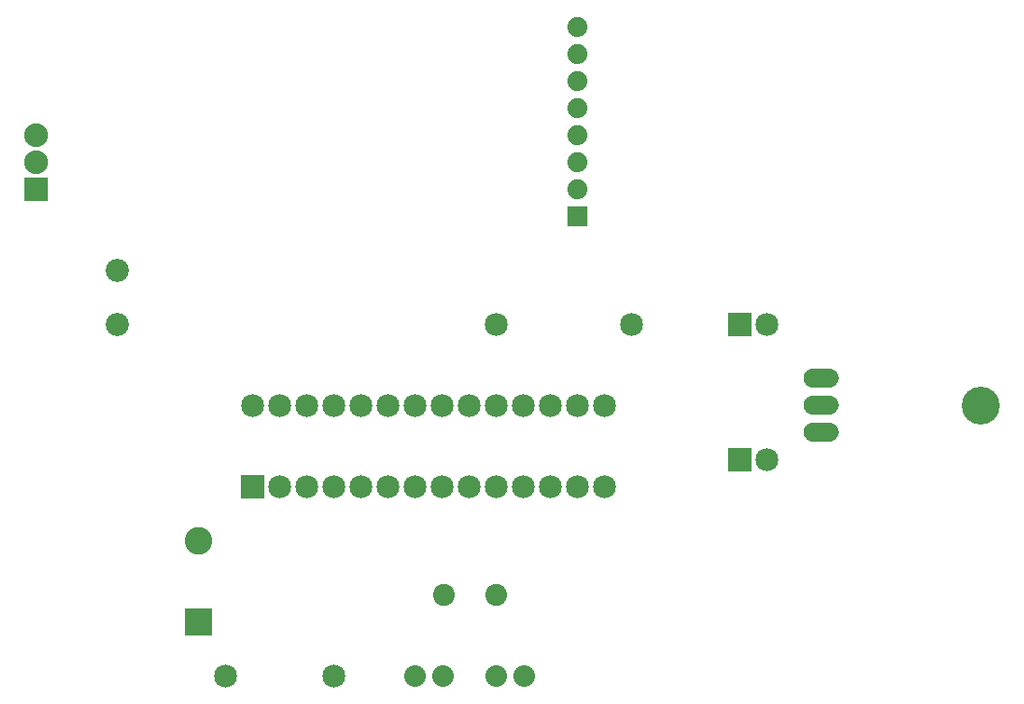
<source format=gbs>
G04 MADE WITH FRITZING*
G04 WWW.FRITZING.ORG*
G04 DOUBLE SIDED*
G04 HOLES PLATED*
G04 CONTOUR ON CENTER OF CONTOUR VECTOR*
%ASAXBY*%
%FSLAX23Y23*%
%MOIN*%
%OFA0B0*%
%SFA1.0B1.0*%
%ADD10C,0.074000*%
%ADD11C,0.085000*%
%ADD12C,0.102000*%
%ADD13C,0.080000*%
%ADD14C,0.080925*%
%ADD15C,0.080866*%
%ADD16C,0.070000*%
%ADD17C,0.140000*%
%ADD18C,0.085433*%
%ADD19C,0.088000*%
%ADD20R,0.074000X0.074000*%
%ADD21R,0.085000X0.085000*%
%ADD22R,0.102000X0.102000*%
%ADD23R,0.088000X0.088000*%
%ADD24R,0.001000X0.001000*%
%LNMASK0*%
G90*
G70*
G54D10*
X2512Y1957D03*
X2512Y2057D03*
X2512Y2157D03*
X2512Y2257D03*
X2512Y2357D03*
X2512Y2457D03*
X2512Y2557D03*
X2512Y2657D03*
G54D11*
X1312Y957D03*
X1312Y1257D03*
X1412Y957D03*
X1412Y1257D03*
X1512Y957D03*
X1512Y1257D03*
X1612Y957D03*
X1612Y1257D03*
X1712Y957D03*
X1712Y1257D03*
X1812Y957D03*
X1812Y1257D03*
X1912Y957D03*
X1912Y1257D03*
X2012Y957D03*
X2012Y1257D03*
X2112Y957D03*
X2112Y1257D03*
X2212Y957D03*
X2212Y1257D03*
X2312Y957D03*
X2312Y1257D03*
X2412Y957D03*
X2412Y1257D03*
X2512Y957D03*
X2512Y1257D03*
X2612Y957D03*
X2612Y1257D03*
X1612Y257D03*
X1212Y257D03*
G54D12*
X1112Y457D03*
X1112Y757D03*
G54D13*
X2212Y257D03*
X2313Y257D03*
X1912Y257D03*
X2013Y257D03*
G54D14*
X2019Y557D03*
G54D15*
X2212Y557D03*
G54D16*
X3412Y1357D03*
X3412Y1257D03*
X3412Y1157D03*
G54D17*
X4002Y1257D03*
G54D11*
X3112Y1557D03*
X3212Y1557D03*
X3112Y1057D03*
X3212Y1057D03*
G54D18*
X812Y1757D03*
X812Y1557D03*
G54D11*
X2212Y1557D03*
X2712Y1557D03*
G54D19*
X512Y2057D03*
X512Y2157D03*
X512Y2257D03*
G54D20*
X2512Y1957D03*
G54D21*
X1312Y957D03*
G54D22*
X1112Y457D03*
G54D21*
X3112Y1557D03*
X3112Y1057D03*
G54D23*
X512Y2057D03*
G54D24*
X3377Y1392D02*
X3446Y1392D01*
X3372Y1391D02*
X3451Y1391D01*
X3370Y1390D02*
X3453Y1390D01*
X3367Y1389D02*
X3456Y1389D01*
X3365Y1388D02*
X3457Y1388D01*
X3364Y1387D02*
X3459Y1387D01*
X3362Y1386D02*
X3461Y1386D01*
X3361Y1385D02*
X3462Y1385D01*
X3360Y1384D02*
X3463Y1384D01*
X3359Y1383D02*
X3464Y1383D01*
X3358Y1382D02*
X3465Y1382D01*
X3357Y1381D02*
X3466Y1381D01*
X3356Y1380D02*
X3467Y1380D01*
X3355Y1379D02*
X3468Y1379D01*
X3354Y1378D02*
X3469Y1378D01*
X3353Y1377D02*
X3470Y1377D01*
X3353Y1376D02*
X3470Y1376D01*
X3352Y1375D02*
X3471Y1375D01*
X3351Y1374D02*
X3471Y1374D01*
X3351Y1373D02*
X3472Y1373D01*
X3350Y1372D02*
X3407Y1372D01*
X3416Y1372D02*
X3473Y1372D01*
X3350Y1371D02*
X3404Y1371D01*
X3419Y1371D02*
X3473Y1371D01*
X3349Y1370D02*
X3402Y1370D01*
X3421Y1370D02*
X3473Y1370D01*
X3349Y1369D02*
X3401Y1369D01*
X3422Y1369D02*
X3474Y1369D01*
X3349Y1368D02*
X3400Y1368D01*
X3423Y1368D02*
X3474Y1368D01*
X3348Y1367D02*
X3399Y1367D01*
X3424Y1367D02*
X3474Y1367D01*
X3348Y1366D02*
X3398Y1366D01*
X3425Y1366D02*
X3475Y1366D01*
X3348Y1365D02*
X3398Y1365D01*
X3425Y1365D02*
X3475Y1365D01*
X3348Y1364D02*
X3397Y1364D01*
X3426Y1364D02*
X3475Y1364D01*
X3347Y1363D02*
X3397Y1363D01*
X3426Y1363D02*
X3475Y1363D01*
X3347Y1362D02*
X3397Y1362D01*
X3426Y1362D02*
X3476Y1362D01*
X3347Y1361D02*
X3396Y1361D01*
X3427Y1361D02*
X3476Y1361D01*
X3347Y1360D02*
X3396Y1360D01*
X3427Y1360D02*
X3476Y1360D01*
X3347Y1359D02*
X3396Y1359D01*
X3427Y1359D02*
X3476Y1359D01*
X3347Y1358D02*
X3396Y1358D01*
X3427Y1358D02*
X3476Y1358D01*
X3347Y1357D02*
X3396Y1357D01*
X3427Y1357D02*
X3476Y1357D01*
X3347Y1356D02*
X3396Y1356D01*
X3427Y1356D02*
X3476Y1356D01*
X3347Y1355D02*
X3396Y1355D01*
X3427Y1355D02*
X3476Y1355D01*
X3347Y1354D02*
X3396Y1354D01*
X3427Y1354D02*
X3476Y1354D01*
X3347Y1353D02*
X3397Y1353D01*
X3426Y1353D02*
X3476Y1353D01*
X3347Y1352D02*
X3397Y1352D01*
X3426Y1352D02*
X3475Y1352D01*
X3348Y1351D02*
X3397Y1351D01*
X3426Y1351D02*
X3475Y1351D01*
X3348Y1350D02*
X3398Y1350D01*
X3425Y1350D02*
X3475Y1350D01*
X3348Y1349D02*
X3398Y1349D01*
X3425Y1349D02*
X3475Y1349D01*
X3348Y1348D02*
X3399Y1348D01*
X3424Y1348D02*
X3475Y1348D01*
X3349Y1347D02*
X3400Y1347D01*
X3423Y1347D02*
X3474Y1347D01*
X3349Y1346D02*
X3401Y1346D01*
X3422Y1346D02*
X3474Y1346D01*
X3349Y1345D02*
X3402Y1345D01*
X3421Y1345D02*
X3473Y1345D01*
X3350Y1344D02*
X3404Y1344D01*
X3419Y1344D02*
X3473Y1344D01*
X3350Y1343D02*
X3407Y1343D01*
X3416Y1343D02*
X3473Y1343D01*
X3351Y1342D02*
X3472Y1342D01*
X3351Y1341D02*
X3472Y1341D01*
X3352Y1340D02*
X3471Y1340D01*
X3353Y1339D02*
X3470Y1339D01*
X3353Y1338D02*
X3470Y1338D01*
X3354Y1337D02*
X3469Y1337D01*
X3355Y1336D02*
X3468Y1336D01*
X3356Y1335D02*
X3467Y1335D01*
X3356Y1334D02*
X3466Y1334D01*
X3357Y1333D02*
X3465Y1333D01*
X3358Y1332D02*
X3464Y1332D01*
X3360Y1331D02*
X3463Y1331D01*
X3361Y1330D02*
X3462Y1330D01*
X3362Y1329D02*
X3461Y1329D01*
X3364Y1328D02*
X3459Y1328D01*
X3365Y1327D02*
X3458Y1327D01*
X3367Y1326D02*
X3456Y1326D01*
X3369Y1325D02*
X3454Y1325D01*
X3372Y1324D02*
X3451Y1324D01*
X3376Y1323D02*
X3447Y1323D01*
X3376Y1292D02*
X3446Y1292D01*
X3372Y1291D02*
X3451Y1291D01*
X3369Y1290D02*
X3453Y1290D01*
X3367Y1289D02*
X3456Y1289D01*
X3365Y1288D02*
X3458Y1288D01*
X3364Y1287D02*
X3459Y1287D01*
X3362Y1286D02*
X3461Y1286D01*
X3361Y1285D02*
X3462Y1285D01*
X3360Y1284D02*
X3463Y1284D01*
X3359Y1283D02*
X3464Y1283D01*
X3357Y1282D02*
X3465Y1282D01*
X3357Y1281D02*
X3466Y1281D01*
X3356Y1280D02*
X3467Y1280D01*
X3355Y1279D02*
X3468Y1279D01*
X3354Y1278D02*
X3469Y1278D01*
X3353Y1277D02*
X3470Y1277D01*
X3353Y1276D02*
X3470Y1276D01*
X3352Y1275D02*
X3471Y1275D01*
X3351Y1274D02*
X3471Y1274D01*
X3351Y1273D02*
X3472Y1273D01*
X3350Y1272D02*
X3407Y1272D01*
X3416Y1272D02*
X3473Y1272D01*
X3350Y1271D02*
X3404Y1271D01*
X3419Y1271D02*
X3473Y1271D01*
X3349Y1270D02*
X3402Y1270D01*
X3421Y1270D02*
X3473Y1270D01*
X3349Y1269D02*
X3401Y1269D01*
X3422Y1269D02*
X3474Y1269D01*
X3349Y1268D02*
X3400Y1268D01*
X3423Y1268D02*
X3474Y1268D01*
X3348Y1267D02*
X3399Y1267D01*
X3424Y1267D02*
X3474Y1267D01*
X3348Y1266D02*
X3398Y1266D01*
X3425Y1266D02*
X3475Y1266D01*
X3348Y1265D02*
X3398Y1265D01*
X3425Y1265D02*
X3475Y1265D01*
X3348Y1264D02*
X3397Y1264D01*
X3426Y1264D02*
X3475Y1264D01*
X3347Y1263D02*
X3397Y1263D01*
X3426Y1263D02*
X3475Y1263D01*
X3347Y1262D02*
X3397Y1262D01*
X3426Y1262D02*
X3476Y1262D01*
X3347Y1261D02*
X3396Y1261D01*
X3427Y1261D02*
X3476Y1261D01*
X3347Y1260D02*
X3396Y1260D01*
X3427Y1260D02*
X3476Y1260D01*
X3347Y1259D02*
X3396Y1259D01*
X3427Y1259D02*
X3476Y1259D01*
X3347Y1258D02*
X3396Y1258D01*
X3427Y1258D02*
X3476Y1258D01*
X3347Y1257D02*
X3396Y1257D01*
X3427Y1257D02*
X3476Y1257D01*
X3347Y1256D02*
X3396Y1256D01*
X3427Y1256D02*
X3476Y1256D01*
X3347Y1255D02*
X3396Y1255D01*
X3427Y1255D02*
X3476Y1255D01*
X3347Y1254D02*
X3396Y1254D01*
X3427Y1254D02*
X3476Y1254D01*
X3347Y1253D02*
X3397Y1253D01*
X3426Y1253D02*
X3476Y1253D01*
X3347Y1252D02*
X3397Y1252D01*
X3426Y1252D02*
X3475Y1252D01*
X3348Y1251D02*
X3397Y1251D01*
X3426Y1251D02*
X3475Y1251D01*
X3348Y1250D02*
X3398Y1250D01*
X3425Y1250D02*
X3475Y1250D01*
X3348Y1249D02*
X3398Y1249D01*
X3425Y1249D02*
X3475Y1249D01*
X3348Y1248D02*
X3399Y1248D01*
X3424Y1248D02*
X3475Y1248D01*
X3349Y1247D02*
X3400Y1247D01*
X3423Y1247D02*
X3474Y1247D01*
X3349Y1246D02*
X3401Y1246D01*
X3422Y1246D02*
X3474Y1246D01*
X3349Y1245D02*
X3402Y1245D01*
X3421Y1245D02*
X3473Y1245D01*
X3350Y1244D02*
X3404Y1244D01*
X3419Y1244D02*
X3473Y1244D01*
X3350Y1243D02*
X3407Y1243D01*
X3416Y1243D02*
X3473Y1243D01*
X3351Y1242D02*
X3472Y1242D01*
X3351Y1241D02*
X3472Y1241D01*
X3352Y1240D02*
X3471Y1240D01*
X3353Y1239D02*
X3470Y1239D01*
X3353Y1238D02*
X3470Y1238D01*
X3354Y1237D02*
X3469Y1237D01*
X3355Y1236D02*
X3468Y1236D01*
X3356Y1235D02*
X3467Y1235D01*
X3356Y1234D02*
X3466Y1234D01*
X3357Y1233D02*
X3465Y1233D01*
X3358Y1232D02*
X3464Y1232D01*
X3360Y1231D02*
X3463Y1231D01*
X3361Y1230D02*
X3462Y1230D01*
X3362Y1229D02*
X3461Y1229D01*
X3364Y1228D02*
X3459Y1228D01*
X3365Y1227D02*
X3458Y1227D01*
X3367Y1226D02*
X3456Y1226D01*
X3369Y1225D02*
X3453Y1225D01*
X3372Y1224D02*
X3451Y1224D01*
X3376Y1223D02*
X3447Y1223D01*
X3376Y1192D02*
X3447Y1192D01*
X3372Y1191D02*
X3451Y1191D01*
X3369Y1190D02*
X3453Y1190D01*
X3367Y1189D02*
X3456Y1189D01*
X3365Y1188D02*
X3458Y1188D01*
X3364Y1187D02*
X3459Y1187D01*
X3362Y1186D02*
X3461Y1186D01*
X3361Y1185D02*
X3462Y1185D01*
X3360Y1184D02*
X3463Y1184D01*
X3359Y1183D02*
X3464Y1183D01*
X3357Y1182D02*
X3465Y1182D01*
X3357Y1181D02*
X3466Y1181D01*
X3356Y1180D02*
X3467Y1180D01*
X3355Y1179D02*
X3468Y1179D01*
X3354Y1178D02*
X3469Y1178D01*
X3353Y1177D02*
X3470Y1177D01*
X3353Y1176D02*
X3470Y1176D01*
X3352Y1175D02*
X3471Y1175D01*
X3351Y1174D02*
X3471Y1174D01*
X3351Y1173D02*
X3472Y1173D01*
X3350Y1172D02*
X3407Y1172D01*
X3416Y1172D02*
X3473Y1172D01*
X3350Y1171D02*
X3404Y1171D01*
X3419Y1171D02*
X3473Y1171D01*
X3349Y1170D02*
X3402Y1170D01*
X3421Y1170D02*
X3473Y1170D01*
X3349Y1169D02*
X3401Y1169D01*
X3422Y1169D02*
X3474Y1169D01*
X3349Y1168D02*
X3400Y1168D01*
X3423Y1168D02*
X3474Y1168D01*
X3348Y1167D02*
X3399Y1167D01*
X3424Y1167D02*
X3475Y1167D01*
X3348Y1166D02*
X3398Y1166D01*
X3425Y1166D02*
X3475Y1166D01*
X3348Y1165D02*
X3398Y1165D01*
X3425Y1165D02*
X3475Y1165D01*
X3348Y1164D02*
X3397Y1164D01*
X3426Y1164D02*
X3475Y1164D01*
X3347Y1163D02*
X3397Y1163D01*
X3426Y1163D02*
X3475Y1163D01*
X3347Y1162D02*
X3397Y1162D01*
X3426Y1162D02*
X3476Y1162D01*
X3347Y1161D02*
X3396Y1161D01*
X3427Y1161D02*
X3476Y1161D01*
X3347Y1160D02*
X3396Y1160D01*
X3427Y1160D02*
X3476Y1160D01*
X3347Y1159D02*
X3396Y1159D01*
X3427Y1159D02*
X3476Y1159D01*
X3347Y1158D02*
X3396Y1158D01*
X3427Y1158D02*
X3476Y1158D01*
X3347Y1157D02*
X3396Y1157D01*
X3427Y1157D02*
X3476Y1157D01*
X3347Y1156D02*
X3396Y1156D01*
X3427Y1156D02*
X3476Y1156D01*
X3347Y1155D02*
X3396Y1155D01*
X3427Y1155D02*
X3476Y1155D01*
X3347Y1154D02*
X3396Y1154D01*
X3427Y1154D02*
X3476Y1154D01*
X3347Y1153D02*
X3397Y1153D01*
X3426Y1153D02*
X3476Y1153D01*
X3347Y1152D02*
X3397Y1152D01*
X3426Y1152D02*
X3475Y1152D01*
X3348Y1151D02*
X3397Y1151D01*
X3426Y1151D02*
X3475Y1151D01*
X3348Y1150D02*
X3398Y1150D01*
X3425Y1150D02*
X3475Y1150D01*
X3348Y1149D02*
X3398Y1149D01*
X3425Y1149D02*
X3475Y1149D01*
X3348Y1148D02*
X3399Y1148D01*
X3424Y1148D02*
X3475Y1148D01*
X3349Y1147D02*
X3400Y1147D01*
X3423Y1147D02*
X3474Y1147D01*
X3349Y1146D02*
X3401Y1146D01*
X3422Y1146D02*
X3474Y1146D01*
X3349Y1145D02*
X3402Y1145D01*
X3421Y1145D02*
X3473Y1145D01*
X3350Y1144D02*
X3404Y1144D01*
X3419Y1144D02*
X3473Y1144D01*
X3350Y1143D02*
X3407Y1143D01*
X3416Y1143D02*
X3473Y1143D01*
X3351Y1142D02*
X3472Y1142D01*
X3351Y1141D02*
X3471Y1141D01*
X3352Y1140D02*
X3471Y1140D01*
X3353Y1139D02*
X3470Y1139D01*
X3353Y1138D02*
X3470Y1138D01*
X3354Y1137D02*
X3469Y1137D01*
X3355Y1136D02*
X3468Y1136D01*
X3356Y1135D02*
X3467Y1135D01*
X3357Y1134D02*
X3466Y1134D01*
X3357Y1133D02*
X3465Y1133D01*
X3359Y1132D02*
X3464Y1132D01*
X3360Y1131D02*
X3463Y1131D01*
X3361Y1130D02*
X3462Y1130D01*
X3362Y1129D02*
X3461Y1129D01*
X3364Y1128D02*
X3459Y1128D01*
X3365Y1127D02*
X3458Y1127D01*
X3367Y1126D02*
X3456Y1126D01*
X3369Y1125D02*
X3453Y1125D01*
X3372Y1124D02*
X3451Y1124D01*
X3376Y1123D02*
X3447Y1123D01*
D02*
G04 End of Mask0*
M02*
</source>
